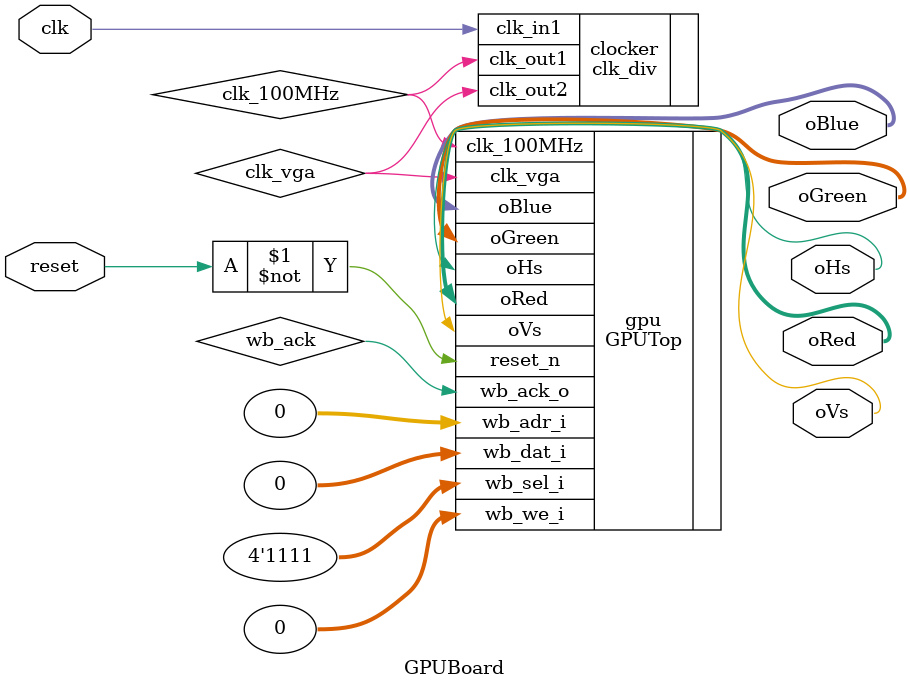
<source format=v>
module GPUBoard (
    input wire clk,
    input wire reset,

    output wire [3:0] oRed, // red signal
    output wire [3:0] oGreen, // green signal
    output wire [3:0] oBlue, // blue signal
    output wire oHs, // Hori sync
    output wire oVs // Vert sync
);

    wire clk_100MHz;
    wire clk_vga;
    wire wb_ack;
    clk_div clocker(
        .clk_out1(clk_100MHz),     // output clk_out1
        .clk_out2(clk_vga),     // output clk_out2
    // Clock in ports
        .clk_in1(clk)      // input clk_in1
    );

    GPUTop gpu(
        .clk_100MHz(clk_100MHz),
        .reset_n(~reset),

        .wb_we_i(0),
        .wb_sel_i(4'hf),
        .wb_adr_i(0),
        .wb_dat_i(0),
        .wb_ack_o(wb_ack),

        .clk_vga(clk_vga),

        .oRed(oRed),
        .oBlue(oBlue),
        .oGreen(oGreen),
        .oHs(oHs),
        .oVs(oVs)
    );
endmodule
</source>
